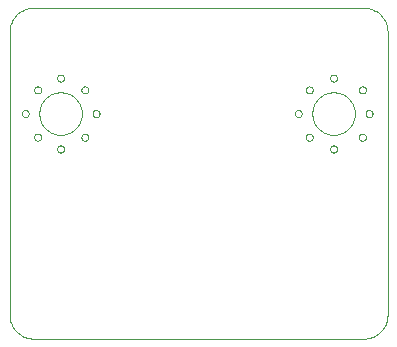
<source format=gtp>
G75*
%MOIN*%
%OFA0B0*%
%FSLAX24Y24*%
%IPPOS*%
%LPD*%
%AMOC8*
5,1,8,0,0,1.08239X$1,22.5*
%
%ADD10C,0.0000*%
%ADD11C,0.0010*%
D10*
X000105Y000892D02*
X000105Y010341D01*
X000892Y011129D02*
X011916Y011129D01*
X012703Y010341D02*
X012703Y000892D01*
X011916Y000105D02*
X000892Y000105D01*
X001687Y006424D02*
X001689Y006445D01*
X001695Y006465D01*
X001704Y006485D01*
X001716Y006502D01*
X001731Y006516D01*
X001749Y006528D01*
X001769Y006536D01*
X001789Y006541D01*
X001810Y006542D01*
X001831Y006539D01*
X001851Y006533D01*
X001870Y006522D01*
X001887Y006509D01*
X001900Y006493D01*
X001911Y006475D01*
X001919Y006455D01*
X001923Y006435D01*
X001923Y006413D01*
X001919Y006393D01*
X001911Y006373D01*
X001900Y006355D01*
X001887Y006339D01*
X001870Y006326D01*
X001851Y006315D01*
X001831Y006309D01*
X001810Y006306D01*
X001789Y006307D01*
X001769Y006312D01*
X001749Y006320D01*
X001731Y006332D01*
X001716Y006346D01*
X001704Y006363D01*
X001695Y006383D01*
X001689Y006403D01*
X001687Y006424D01*
X000922Y006818D02*
X000924Y006839D01*
X000930Y006859D01*
X000939Y006879D01*
X000951Y006896D01*
X000966Y006910D01*
X000984Y006922D01*
X001004Y006930D01*
X001024Y006935D01*
X001045Y006936D01*
X001066Y006933D01*
X001086Y006927D01*
X001105Y006916D01*
X001122Y006903D01*
X001135Y006887D01*
X001146Y006869D01*
X001154Y006849D01*
X001158Y006829D01*
X001158Y006807D01*
X001154Y006787D01*
X001146Y006767D01*
X001135Y006749D01*
X001122Y006733D01*
X001105Y006720D01*
X001086Y006709D01*
X001066Y006703D01*
X001045Y006700D01*
X001024Y006701D01*
X001004Y006706D01*
X000984Y006714D01*
X000966Y006726D01*
X000951Y006740D01*
X000939Y006757D01*
X000930Y006777D01*
X000924Y006797D01*
X000922Y006818D01*
X000506Y007605D02*
X000508Y007626D01*
X000514Y007646D01*
X000523Y007666D01*
X000535Y007683D01*
X000550Y007697D01*
X000568Y007709D01*
X000588Y007717D01*
X000608Y007722D01*
X000629Y007723D01*
X000650Y007720D01*
X000670Y007714D01*
X000689Y007703D01*
X000706Y007690D01*
X000719Y007674D01*
X000730Y007656D01*
X000738Y007636D01*
X000742Y007616D01*
X000742Y007594D01*
X000738Y007574D01*
X000730Y007554D01*
X000719Y007536D01*
X000706Y007520D01*
X000689Y007507D01*
X000670Y007496D01*
X000650Y007490D01*
X000629Y007487D01*
X000608Y007488D01*
X000588Y007493D01*
X000568Y007501D01*
X000550Y007513D01*
X000535Y007527D01*
X000523Y007544D01*
X000514Y007564D01*
X000508Y007584D01*
X000506Y007605D01*
X000922Y008392D02*
X000924Y008413D01*
X000930Y008433D01*
X000939Y008453D01*
X000951Y008470D01*
X000966Y008484D01*
X000984Y008496D01*
X001004Y008504D01*
X001024Y008509D01*
X001045Y008510D01*
X001066Y008507D01*
X001086Y008501D01*
X001105Y008490D01*
X001122Y008477D01*
X001135Y008461D01*
X001146Y008443D01*
X001154Y008423D01*
X001158Y008403D01*
X001158Y008381D01*
X001154Y008361D01*
X001146Y008341D01*
X001135Y008323D01*
X001122Y008307D01*
X001105Y008294D01*
X001086Y008283D01*
X001066Y008277D01*
X001045Y008274D01*
X001024Y008275D01*
X001004Y008280D01*
X000984Y008288D01*
X000966Y008300D01*
X000951Y008314D01*
X000939Y008331D01*
X000930Y008351D01*
X000924Y008371D01*
X000922Y008392D01*
X001687Y008786D02*
X001689Y008807D01*
X001695Y008827D01*
X001704Y008847D01*
X001716Y008864D01*
X001731Y008878D01*
X001749Y008890D01*
X001769Y008898D01*
X001789Y008903D01*
X001810Y008904D01*
X001831Y008901D01*
X001851Y008895D01*
X001870Y008884D01*
X001887Y008871D01*
X001900Y008855D01*
X001911Y008837D01*
X001919Y008817D01*
X001923Y008797D01*
X001923Y008775D01*
X001919Y008755D01*
X001911Y008735D01*
X001900Y008717D01*
X001887Y008701D01*
X001870Y008688D01*
X001851Y008677D01*
X001831Y008671D01*
X001810Y008668D01*
X001789Y008669D01*
X001769Y008674D01*
X001749Y008682D01*
X001731Y008694D01*
X001716Y008708D01*
X001704Y008725D01*
X001695Y008745D01*
X001689Y008765D01*
X001687Y008786D01*
X002497Y008392D02*
X002499Y008413D01*
X002505Y008433D01*
X002514Y008453D01*
X002526Y008470D01*
X002541Y008484D01*
X002559Y008496D01*
X002579Y008504D01*
X002599Y008509D01*
X002620Y008510D01*
X002641Y008507D01*
X002661Y008501D01*
X002680Y008490D01*
X002697Y008477D01*
X002710Y008461D01*
X002721Y008443D01*
X002729Y008423D01*
X002733Y008403D01*
X002733Y008381D01*
X002729Y008361D01*
X002721Y008341D01*
X002710Y008323D01*
X002697Y008307D01*
X002680Y008294D01*
X002661Y008283D01*
X002641Y008277D01*
X002620Y008274D01*
X002599Y008275D01*
X002579Y008280D01*
X002559Y008288D01*
X002541Y008300D01*
X002526Y008314D01*
X002514Y008331D01*
X002505Y008351D01*
X002499Y008371D01*
X002497Y008392D01*
X002868Y007605D02*
X002870Y007626D01*
X002876Y007646D01*
X002885Y007666D01*
X002897Y007683D01*
X002912Y007697D01*
X002930Y007709D01*
X002950Y007717D01*
X002970Y007722D01*
X002991Y007723D01*
X003012Y007720D01*
X003032Y007714D01*
X003051Y007703D01*
X003068Y007690D01*
X003081Y007674D01*
X003092Y007656D01*
X003100Y007636D01*
X003104Y007616D01*
X003104Y007594D01*
X003100Y007574D01*
X003092Y007554D01*
X003081Y007536D01*
X003068Y007520D01*
X003051Y007507D01*
X003032Y007496D01*
X003012Y007490D01*
X002991Y007487D01*
X002970Y007488D01*
X002950Y007493D01*
X002930Y007501D01*
X002912Y007513D01*
X002897Y007527D01*
X002885Y007544D01*
X002876Y007564D01*
X002870Y007584D01*
X002868Y007605D01*
X002497Y006818D02*
X002499Y006839D01*
X002505Y006859D01*
X002514Y006879D01*
X002526Y006896D01*
X002541Y006910D01*
X002559Y006922D01*
X002579Y006930D01*
X002599Y006935D01*
X002620Y006936D01*
X002641Y006933D01*
X002661Y006927D01*
X002680Y006916D01*
X002697Y006903D01*
X002710Y006887D01*
X002721Y006869D01*
X002729Y006849D01*
X002733Y006829D01*
X002733Y006807D01*
X002729Y006787D01*
X002721Y006767D01*
X002710Y006749D01*
X002697Y006733D01*
X002680Y006720D01*
X002661Y006709D01*
X002641Y006703D01*
X002620Y006700D01*
X002599Y006701D01*
X002579Y006706D01*
X002559Y006714D01*
X002541Y006726D01*
X002526Y006740D01*
X002514Y006757D01*
X002505Y006777D01*
X002499Y006797D01*
X002497Y006818D01*
X001096Y007605D02*
X001098Y007658D01*
X001104Y007711D01*
X001114Y007763D01*
X001127Y007814D01*
X001145Y007864D01*
X001166Y007913D01*
X001191Y007960D01*
X001219Y008004D01*
X001251Y008047D01*
X001285Y008087D01*
X001323Y008125D01*
X001363Y008159D01*
X001406Y008191D01*
X001451Y008219D01*
X001497Y008244D01*
X001546Y008265D01*
X001596Y008283D01*
X001647Y008296D01*
X001699Y008306D01*
X001752Y008312D01*
X001805Y008314D01*
X001858Y008312D01*
X001911Y008306D01*
X001963Y008296D01*
X002014Y008283D01*
X002064Y008265D01*
X002113Y008244D01*
X002160Y008219D01*
X002204Y008191D01*
X002247Y008159D01*
X002287Y008125D01*
X002325Y008087D01*
X002359Y008047D01*
X002391Y008004D01*
X002419Y007959D01*
X002444Y007913D01*
X002465Y007864D01*
X002483Y007814D01*
X002496Y007763D01*
X002506Y007711D01*
X002512Y007658D01*
X002514Y007605D01*
X002512Y007552D01*
X002506Y007499D01*
X002496Y007447D01*
X002483Y007396D01*
X002465Y007346D01*
X002444Y007297D01*
X002419Y007250D01*
X002391Y007206D01*
X002359Y007163D01*
X002325Y007123D01*
X002287Y007085D01*
X002247Y007051D01*
X002204Y007019D01*
X002159Y006991D01*
X002113Y006966D01*
X002064Y006945D01*
X002014Y006927D01*
X001963Y006914D01*
X001911Y006904D01*
X001858Y006898D01*
X001805Y006896D01*
X001752Y006898D01*
X001699Y006904D01*
X001647Y006914D01*
X001596Y006927D01*
X001546Y006945D01*
X001497Y006966D01*
X001450Y006991D01*
X001406Y007019D01*
X001363Y007051D01*
X001323Y007085D01*
X001285Y007123D01*
X001251Y007163D01*
X001219Y007206D01*
X001191Y007251D01*
X001166Y007297D01*
X001145Y007346D01*
X001127Y007396D01*
X001114Y007447D01*
X001104Y007499D01*
X001098Y007552D01*
X001096Y007605D01*
X009606Y007605D02*
X009608Y007626D01*
X009614Y007646D01*
X009623Y007666D01*
X009635Y007683D01*
X009650Y007697D01*
X009668Y007709D01*
X009688Y007717D01*
X009708Y007722D01*
X009729Y007723D01*
X009750Y007720D01*
X009770Y007714D01*
X009789Y007703D01*
X009806Y007690D01*
X009819Y007674D01*
X009830Y007656D01*
X009838Y007636D01*
X009842Y007616D01*
X009842Y007594D01*
X009838Y007574D01*
X009830Y007554D01*
X009819Y007536D01*
X009806Y007520D01*
X009789Y007507D01*
X009770Y007496D01*
X009750Y007490D01*
X009729Y007487D01*
X009708Y007488D01*
X009688Y007493D01*
X009668Y007501D01*
X009650Y007513D01*
X009635Y007527D01*
X009623Y007544D01*
X009614Y007564D01*
X009608Y007584D01*
X009606Y007605D01*
X009977Y006818D02*
X009979Y006839D01*
X009985Y006859D01*
X009994Y006879D01*
X010006Y006896D01*
X010021Y006910D01*
X010039Y006922D01*
X010059Y006930D01*
X010079Y006935D01*
X010100Y006936D01*
X010121Y006933D01*
X010141Y006927D01*
X010160Y006916D01*
X010177Y006903D01*
X010190Y006887D01*
X010201Y006869D01*
X010209Y006849D01*
X010213Y006829D01*
X010213Y006807D01*
X010209Y006787D01*
X010201Y006767D01*
X010190Y006749D01*
X010177Y006733D01*
X010160Y006720D01*
X010141Y006709D01*
X010121Y006703D01*
X010100Y006700D01*
X010079Y006701D01*
X010059Y006706D01*
X010039Y006714D01*
X010021Y006726D01*
X010006Y006740D01*
X009994Y006757D01*
X009985Y006777D01*
X009979Y006797D01*
X009977Y006818D01*
X010787Y006424D02*
X010789Y006445D01*
X010795Y006465D01*
X010804Y006485D01*
X010816Y006502D01*
X010831Y006516D01*
X010849Y006528D01*
X010869Y006536D01*
X010889Y006541D01*
X010910Y006542D01*
X010931Y006539D01*
X010951Y006533D01*
X010970Y006522D01*
X010987Y006509D01*
X011000Y006493D01*
X011011Y006475D01*
X011019Y006455D01*
X011023Y006435D01*
X011023Y006413D01*
X011019Y006393D01*
X011011Y006373D01*
X011000Y006355D01*
X010987Y006339D01*
X010970Y006326D01*
X010951Y006315D01*
X010931Y006309D01*
X010910Y006306D01*
X010889Y006307D01*
X010869Y006312D01*
X010849Y006320D01*
X010831Y006332D01*
X010816Y006346D01*
X010804Y006363D01*
X010795Y006383D01*
X010789Y006403D01*
X010787Y006424D01*
X010196Y007605D02*
X010198Y007658D01*
X010204Y007711D01*
X010214Y007763D01*
X010227Y007814D01*
X010245Y007864D01*
X010266Y007913D01*
X010291Y007960D01*
X010319Y008004D01*
X010351Y008047D01*
X010385Y008087D01*
X010423Y008125D01*
X010463Y008159D01*
X010506Y008191D01*
X010551Y008219D01*
X010597Y008244D01*
X010646Y008265D01*
X010696Y008283D01*
X010747Y008296D01*
X010799Y008306D01*
X010852Y008312D01*
X010905Y008314D01*
X010958Y008312D01*
X011011Y008306D01*
X011063Y008296D01*
X011114Y008283D01*
X011164Y008265D01*
X011213Y008244D01*
X011260Y008219D01*
X011304Y008191D01*
X011347Y008159D01*
X011387Y008125D01*
X011425Y008087D01*
X011459Y008047D01*
X011491Y008004D01*
X011519Y007959D01*
X011544Y007913D01*
X011565Y007864D01*
X011583Y007814D01*
X011596Y007763D01*
X011606Y007711D01*
X011612Y007658D01*
X011614Y007605D01*
X011612Y007552D01*
X011606Y007499D01*
X011596Y007447D01*
X011583Y007396D01*
X011565Y007346D01*
X011544Y007297D01*
X011519Y007250D01*
X011491Y007206D01*
X011459Y007163D01*
X011425Y007123D01*
X011387Y007085D01*
X011347Y007051D01*
X011304Y007019D01*
X011259Y006991D01*
X011213Y006966D01*
X011164Y006945D01*
X011114Y006927D01*
X011063Y006914D01*
X011011Y006904D01*
X010958Y006898D01*
X010905Y006896D01*
X010852Y006898D01*
X010799Y006904D01*
X010747Y006914D01*
X010696Y006927D01*
X010646Y006945D01*
X010597Y006966D01*
X010550Y006991D01*
X010506Y007019D01*
X010463Y007051D01*
X010423Y007085D01*
X010385Y007123D01*
X010351Y007163D01*
X010319Y007206D01*
X010291Y007251D01*
X010266Y007297D01*
X010245Y007346D01*
X010227Y007396D01*
X010214Y007447D01*
X010204Y007499D01*
X010198Y007552D01*
X010196Y007605D01*
X009977Y008392D02*
X009979Y008413D01*
X009985Y008433D01*
X009994Y008453D01*
X010006Y008470D01*
X010021Y008484D01*
X010039Y008496D01*
X010059Y008504D01*
X010079Y008509D01*
X010100Y008510D01*
X010121Y008507D01*
X010141Y008501D01*
X010160Y008490D01*
X010177Y008477D01*
X010190Y008461D01*
X010201Y008443D01*
X010209Y008423D01*
X010213Y008403D01*
X010213Y008381D01*
X010209Y008361D01*
X010201Y008341D01*
X010190Y008323D01*
X010177Y008307D01*
X010160Y008294D01*
X010141Y008283D01*
X010121Y008277D01*
X010100Y008274D01*
X010079Y008275D01*
X010059Y008280D01*
X010039Y008288D01*
X010021Y008300D01*
X010006Y008314D01*
X009994Y008331D01*
X009985Y008351D01*
X009979Y008371D01*
X009977Y008392D01*
X010787Y008786D02*
X010789Y008807D01*
X010795Y008827D01*
X010804Y008847D01*
X010816Y008864D01*
X010831Y008878D01*
X010849Y008890D01*
X010869Y008898D01*
X010889Y008903D01*
X010910Y008904D01*
X010931Y008901D01*
X010951Y008895D01*
X010970Y008884D01*
X010987Y008871D01*
X011000Y008855D01*
X011011Y008837D01*
X011019Y008817D01*
X011023Y008797D01*
X011023Y008775D01*
X011019Y008755D01*
X011011Y008735D01*
X011000Y008717D01*
X010987Y008701D01*
X010970Y008688D01*
X010951Y008677D01*
X010931Y008671D01*
X010910Y008668D01*
X010889Y008669D01*
X010869Y008674D01*
X010849Y008682D01*
X010831Y008694D01*
X010816Y008708D01*
X010804Y008725D01*
X010795Y008745D01*
X010789Y008765D01*
X010787Y008786D01*
X011749Y008392D02*
X011751Y008413D01*
X011757Y008433D01*
X011766Y008453D01*
X011778Y008470D01*
X011793Y008484D01*
X011811Y008496D01*
X011831Y008504D01*
X011851Y008509D01*
X011872Y008510D01*
X011893Y008507D01*
X011913Y008501D01*
X011932Y008490D01*
X011949Y008477D01*
X011962Y008461D01*
X011973Y008443D01*
X011981Y008423D01*
X011985Y008403D01*
X011985Y008381D01*
X011981Y008361D01*
X011973Y008341D01*
X011962Y008323D01*
X011949Y008307D01*
X011932Y008294D01*
X011913Y008283D01*
X011893Y008277D01*
X011872Y008274D01*
X011851Y008275D01*
X011831Y008280D01*
X011811Y008288D01*
X011793Y008300D01*
X011778Y008314D01*
X011766Y008331D01*
X011757Y008351D01*
X011751Y008371D01*
X011749Y008392D01*
X011968Y007605D02*
X011970Y007626D01*
X011976Y007646D01*
X011985Y007666D01*
X011997Y007683D01*
X012012Y007697D01*
X012030Y007709D01*
X012050Y007717D01*
X012070Y007722D01*
X012091Y007723D01*
X012112Y007720D01*
X012132Y007714D01*
X012151Y007703D01*
X012168Y007690D01*
X012181Y007674D01*
X012192Y007656D01*
X012200Y007636D01*
X012204Y007616D01*
X012204Y007594D01*
X012200Y007574D01*
X012192Y007554D01*
X012181Y007536D01*
X012168Y007520D01*
X012151Y007507D01*
X012132Y007496D01*
X012112Y007490D01*
X012091Y007487D01*
X012070Y007488D01*
X012050Y007493D01*
X012030Y007501D01*
X012012Y007513D01*
X011997Y007527D01*
X011985Y007544D01*
X011976Y007564D01*
X011970Y007584D01*
X011968Y007605D01*
X011749Y006818D02*
X011751Y006839D01*
X011757Y006859D01*
X011766Y006879D01*
X011778Y006896D01*
X011793Y006910D01*
X011811Y006922D01*
X011831Y006930D01*
X011851Y006935D01*
X011872Y006936D01*
X011893Y006933D01*
X011913Y006927D01*
X011932Y006916D01*
X011949Y006903D01*
X011962Y006887D01*
X011973Y006869D01*
X011981Y006849D01*
X011985Y006829D01*
X011985Y006807D01*
X011981Y006787D01*
X011973Y006767D01*
X011962Y006749D01*
X011949Y006733D01*
X011932Y006720D01*
X011913Y006709D01*
X011893Y006703D01*
X011872Y006700D01*
X011851Y006701D01*
X011831Y006706D01*
X011811Y006714D01*
X011793Y006726D01*
X011778Y006740D01*
X011766Y006757D01*
X011757Y006777D01*
X011751Y006797D01*
X011749Y006818D01*
D11*
X012703Y010341D02*
X012701Y010395D01*
X012696Y010448D01*
X012687Y010501D01*
X012674Y010553D01*
X012658Y010605D01*
X012638Y010655D01*
X012615Y010703D01*
X012588Y010750D01*
X012559Y010795D01*
X012526Y010838D01*
X012491Y010878D01*
X012453Y010916D01*
X012413Y010951D01*
X012370Y010984D01*
X012325Y011013D01*
X012278Y011040D01*
X012230Y011063D01*
X012180Y011083D01*
X012128Y011099D01*
X012076Y011112D01*
X012023Y011121D01*
X011970Y011126D01*
X011916Y011128D01*
X012703Y000892D02*
X012701Y000838D01*
X012696Y000785D01*
X012687Y000732D01*
X012674Y000680D01*
X012658Y000628D01*
X012638Y000578D01*
X012615Y000530D01*
X012588Y000483D01*
X012559Y000438D01*
X012526Y000395D01*
X012491Y000355D01*
X012453Y000317D01*
X012413Y000282D01*
X012370Y000249D01*
X012325Y000220D01*
X012278Y000193D01*
X012230Y000170D01*
X012180Y000150D01*
X012128Y000134D01*
X012076Y000121D01*
X012023Y000112D01*
X011970Y000107D01*
X011916Y000105D01*
X000892Y000105D02*
X000838Y000107D01*
X000785Y000112D01*
X000732Y000121D01*
X000680Y000134D01*
X000628Y000150D01*
X000578Y000170D01*
X000530Y000193D01*
X000483Y000220D01*
X000438Y000249D01*
X000395Y000282D01*
X000355Y000317D01*
X000317Y000355D01*
X000282Y000395D01*
X000249Y000438D01*
X000220Y000483D01*
X000193Y000530D01*
X000170Y000578D01*
X000150Y000628D01*
X000134Y000680D01*
X000121Y000732D01*
X000112Y000785D01*
X000107Y000838D01*
X000105Y000892D01*
X000105Y010341D02*
X000107Y010395D01*
X000112Y010448D01*
X000121Y010501D01*
X000134Y010553D01*
X000150Y010605D01*
X000170Y010655D01*
X000193Y010703D01*
X000220Y010750D01*
X000249Y010795D01*
X000282Y010838D01*
X000317Y010878D01*
X000355Y010916D01*
X000395Y010951D01*
X000438Y010984D01*
X000483Y011013D01*
X000530Y011040D01*
X000578Y011063D01*
X000628Y011083D01*
X000680Y011099D01*
X000732Y011112D01*
X000785Y011121D01*
X000838Y011126D01*
X000892Y011128D01*
M02*

</source>
